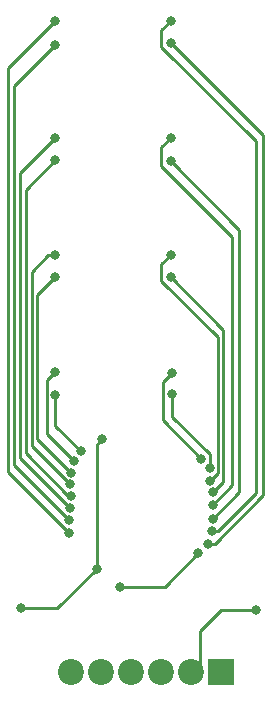
<source format=gbl>
%TF.GenerationSoftware,KiCad,Pcbnew,(5.1.12)-1*%
%TF.CreationDate,2022-08-18T12:31:04-07:00*%
%TF.ProjectId,HighPressureSensorArray,48696768-5072-4657-9373-75726553656e,rev?*%
%TF.SameCoordinates,Original*%
%TF.FileFunction,Copper,L2,Bot*%
%TF.FilePolarity,Positive*%
%FSLAX46Y46*%
G04 Gerber Fmt 4.6, Leading zero omitted, Abs format (unit mm)*
G04 Created by KiCad (PCBNEW (5.1.12)-1) date 2022-08-18 12:31:04*
%MOMM*%
%LPD*%
G01*
G04 APERTURE LIST*
%TA.AperFunction,ComponentPad*%
%ADD10R,2.200000X2.200000*%
%TD*%
%TA.AperFunction,ComponentPad*%
%ADD11C,2.200000*%
%TD*%
%TA.AperFunction,ViaPad*%
%ADD12C,0.800000*%
%TD*%
%TA.AperFunction,Conductor*%
%ADD13C,0.250000*%
%TD*%
G04 APERTURE END LIST*
D10*
X137000000Y-93750000D03*
D11*
X134460000Y-93750000D03*
X131920000Y-93750000D03*
X129380000Y-93750000D03*
X126840000Y-93750000D03*
X124300000Y-93750000D03*
D12*
X135075014Y-83690823D03*
X128500000Y-86500000D03*
X140025000Y-88475000D03*
X126500000Y-84999992D03*
X120075000Y-88325000D03*
X127000004Y-74000000D03*
X132899996Y-70200000D03*
X136071928Y-76416863D03*
X132900000Y-68400000D03*
X135346918Y-75675918D03*
X136366985Y-78488605D03*
X132799998Y-60300000D03*
X136143606Y-77513861D03*
X132800002Y-58400000D03*
X136335351Y-80736365D03*
X132800000Y-50500000D03*
X136336190Y-79586190D03*
X132800000Y-48500000D03*
X135957015Y-82847552D03*
X132800000Y-40500000D03*
X136249994Y-81750000D03*
X132800000Y-38600000D03*
X124192304Y-80895655D03*
X123000000Y-40600000D03*
X124171929Y-81941350D03*
X123000000Y-38600000D03*
X124359739Y-78825371D03*
X123000000Y-50400006D03*
X124243979Y-79818660D03*
X123000000Y-48500000D03*
X124367944Y-76842625D03*
X122999992Y-60300000D03*
X124231006Y-77833680D03*
X123000000Y-58400000D03*
X123025010Y-70300000D03*
X125154397Y-75044205D03*
X123000000Y-68300000D03*
X124566795Y-75862583D03*
D13*
X135075014Y-83690823D02*
X132265837Y-86500000D01*
X132265837Y-86500000D02*
X128500000Y-86500000D01*
X123174992Y-88325000D02*
X126500000Y-84999992D01*
X120075000Y-88325000D02*
X123174992Y-88325000D01*
X137025000Y-88475000D02*
X135250000Y-90250000D01*
X140025000Y-88475000D02*
X137025000Y-88475000D01*
X135250000Y-92960000D02*
X134460000Y-93750000D01*
X135250000Y-90250000D02*
X135250000Y-92960000D01*
X126500000Y-84999992D02*
X126500000Y-74500004D01*
X126500000Y-74500004D02*
X127000004Y-74000000D01*
X136071928Y-75271928D02*
X132899996Y-72099996D01*
X132899996Y-72099996D02*
X132899996Y-70200000D01*
X136225001Y-76263790D02*
X136071928Y-76416863D01*
X136071928Y-76416863D02*
X136071928Y-75271928D01*
X132100000Y-69200000D02*
X132900000Y-68400000D01*
X132100000Y-72429000D02*
X132100000Y-69200000D01*
X135346918Y-75675918D02*
X132100000Y-72429000D01*
X136366985Y-78488605D02*
X137250000Y-77605590D01*
X137250000Y-77605590D02*
X137250000Y-64750002D01*
X137250000Y-64750002D02*
X132799998Y-60300000D01*
X132000000Y-59200002D02*
X132800002Y-58400000D01*
X132000000Y-60600000D02*
X132000000Y-59200002D01*
X136796929Y-65396929D02*
X132000000Y-60600000D01*
X136796929Y-76860538D02*
X136796929Y-65396929D01*
X136143606Y-77513861D02*
X136796929Y-76860538D01*
X138600000Y-56300000D02*
X132800000Y-50500000D01*
X138600000Y-78471716D02*
X138600000Y-56300000D01*
X136335351Y-80736365D02*
X138600000Y-78471716D01*
X138000000Y-56865685D02*
X138000000Y-77922380D01*
X138000000Y-77922380D02*
X136336190Y-79586190D01*
X132000000Y-49300000D02*
X132000000Y-50865685D01*
X132000000Y-50865685D02*
X138000000Y-56865685D01*
X132800000Y-48500000D02*
X132000000Y-49300000D01*
X132800000Y-40600000D02*
X132800000Y-40600000D01*
X140600000Y-48300000D02*
X132800000Y-40500000D01*
X140600000Y-78770252D02*
X140600000Y-48300000D01*
X136522700Y-82847552D02*
X140600000Y-78770252D01*
X135957015Y-82847552D02*
X136522700Y-82847552D01*
X132000001Y-39399999D02*
X132800000Y-38600000D01*
X132000001Y-40800001D02*
X132000001Y-39399999D01*
X140000000Y-48800000D02*
X132000001Y-40800001D01*
X140000000Y-78565679D02*
X140000000Y-48800000D01*
X136815679Y-81750000D02*
X140000000Y-78565679D01*
X136249994Y-81750000D02*
X136815679Y-81750000D01*
X119500000Y-44100000D02*
X123000000Y-40600000D01*
X119500000Y-76203351D02*
X119500000Y-44100000D01*
X124192304Y-80895655D02*
X119500000Y-76203351D01*
X119000000Y-42600000D02*
X123000000Y-38600000D01*
X119000000Y-76769421D02*
X119000000Y-42600000D01*
X124171929Y-81941350D02*
X119000000Y-76769421D01*
X120500000Y-52900006D02*
X123000000Y-50400006D01*
X120500000Y-75200000D02*
X120500000Y-52900006D01*
X124125371Y-78825371D02*
X120500000Y-75200000D01*
X124359739Y-78825371D02*
X124125371Y-78825371D01*
X120000000Y-51500000D02*
X123000000Y-48500000D01*
X120000000Y-75574681D02*
X120000000Y-51500000D01*
X124243979Y-79818660D02*
X120000000Y-75574681D01*
X124367944Y-76842625D02*
X121499995Y-73974676D01*
X121499995Y-73974676D02*
X121499995Y-61799997D01*
X121499995Y-61799997D02*
X122999992Y-60300000D01*
X122434315Y-58400000D02*
X123000000Y-58400000D01*
X121000000Y-59834315D02*
X122434315Y-58400000D01*
X121000000Y-74602674D02*
X121000000Y-59834315D01*
X124231006Y-77833680D02*
X121000000Y-74602674D01*
X123025010Y-72914818D02*
X125154397Y-75044205D01*
X123025010Y-70300000D02*
X123025010Y-72914818D01*
X123000000Y-68300000D02*
X122300000Y-69000000D01*
X122300000Y-69000000D02*
X122300000Y-73595788D01*
X122300000Y-73595788D02*
X124566795Y-75862583D01*
M02*

</source>
